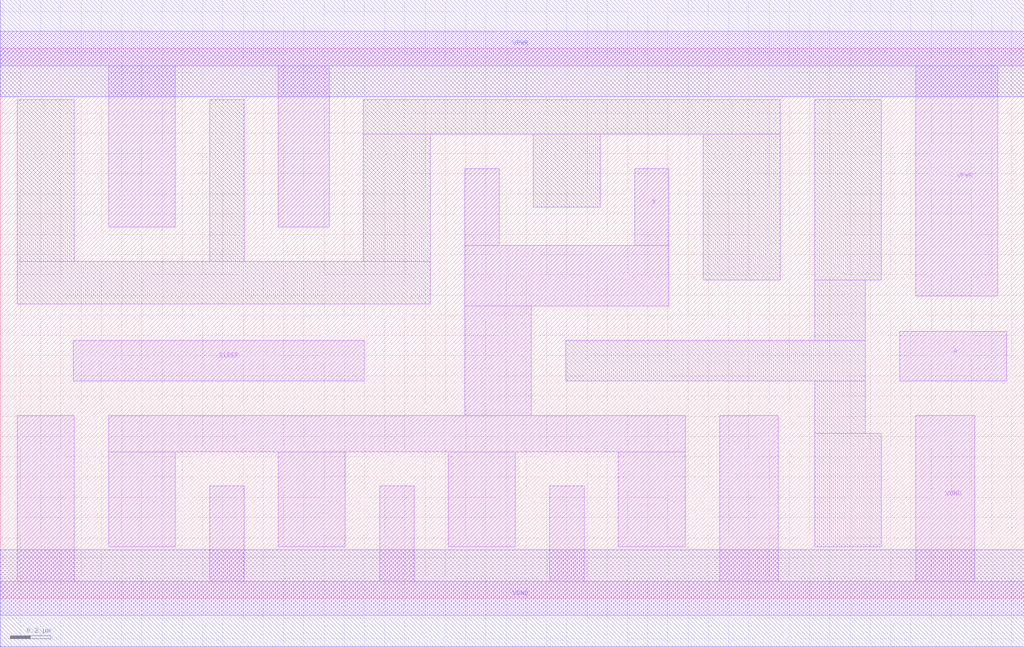
<source format=lef>
# Copyright 2020 The SkyWater PDK Authors
#
# Licensed under the Apache License, Version 2.0 (the "License");
# you may not use this file except in compliance with the License.
# You may obtain a copy of the License at
#
#     https://www.apache.org/licenses/LICENSE-2.0
#
# Unless required by applicable law or agreed to in writing, software
# distributed under the License is distributed on an "AS IS" BASIS,
# WITHOUT WARRANTIES OR CONDITIONS OF ANY KIND, either express or implied.
# See the License for the specific language governing permissions and
# limitations under the License.
#
# SPDX-License-Identifier: Apache-2.0

VERSION 5.5 ;
NAMESCASESENSITIVE ON ;
BUSBITCHARS "[]" ;
DIVIDERCHAR "/" ;
MACRO sky130_fd_sc_hd__lpflow_isobufsrc_4
  CLASS CORE ;
  SOURCE USER ;
  ORIGIN  0.000000  0.000000 ;
  SIZE  5.060000 BY  2.720000 ;
  SYMMETRY X Y R90 ;
  SITE unithd ;
  PIN A
    ANTENNAGATEAREA  0.247500 ;
    DIRECTION INPUT ;
    USE SIGNAL ;
    PORT
      LAYER li1 ;
        RECT 4.445000 1.075000 4.975000 1.320000 ;
    END
  END A
  PIN SLEEP
    ANTENNAGATEAREA  0.990000 ;
    DIRECTION INPUT ;
    USE SIGNAL ;
    PORT
      LAYER li1 ;
        RECT 0.360000 1.075000 1.800000 1.275000 ;
    END
  END SLEEP
  PIN X
    ANTENNADIFFAREA  1.242000 ;
    DIRECTION OUTPUT ;
    USE SIGNAL ;
    PORT
      LAYER li1 ;
        RECT 0.535000 0.255000 0.865000 0.725000 ;
        RECT 0.535000 0.725000 3.385000 0.905000 ;
        RECT 1.375000 0.255000 1.705000 0.725000 ;
        RECT 2.215000 0.255000 2.545000 0.725000 ;
        RECT 2.295000 0.905000 2.625000 1.445000 ;
        RECT 2.295000 1.445000 3.305000 1.745000 ;
        RECT 2.295000 1.745000 2.465000 2.125000 ;
        RECT 3.055000 0.255000 3.385000 0.725000 ;
        RECT 3.135000 1.745000 3.305000 2.125000 ;
    END
  END X
  PIN VGND
    DIRECTION INOUT ;
    SHAPE ABUTMENT ;
    USE GROUND ;
    PORT
      LAYER li1 ;
        RECT 0.000000 -0.085000 5.060000 0.085000 ;
        RECT 0.085000  0.085000 0.365000 0.905000 ;
        RECT 1.035000  0.085000 1.205000 0.555000 ;
        RECT 1.875000  0.085000 2.045000 0.555000 ;
        RECT 2.715000  0.085000 2.885000 0.555000 ;
        RECT 3.555000  0.085000 3.845000 0.905000 ;
        RECT 4.525000  0.085000 4.815000 0.905000 ;
    END
    PORT
      LAYER met1 ;
        RECT 0.000000 -0.240000 5.060000 0.240000 ;
    END
  END VGND
  PIN VPWR
    DIRECTION INOUT ;
    SHAPE ABUTMENT ;
    USE POWER ;
    PORT
      LAYER li1 ;
        RECT 0.000000 2.635000 5.060000 2.805000 ;
        RECT 0.535000 1.835000 0.865000 2.635000 ;
        RECT 1.375000 1.835000 1.625000 2.635000 ;
        RECT 4.525000 1.495000 4.930000 2.635000 ;
    END
    PORT
      LAYER met1 ;
        RECT 0.000000 2.480000 5.060000 2.960000 ;
    END
  END VPWR
  OBS
    LAYER li1 ;
      RECT 0.085000 1.455000 2.125000 1.665000 ;
      RECT 0.085000 1.665000 0.365000 2.465000 ;
      RECT 1.035000 1.665000 1.205000 2.465000 ;
      RECT 1.795000 1.665000 2.125000 2.295000 ;
      RECT 1.795000 2.295000 3.855000 2.465000 ;
      RECT 2.635000 1.935000 2.965000 2.295000 ;
      RECT 2.795000 1.075000 4.275000 1.275000 ;
      RECT 3.475000 1.575000 3.855000 2.295000 ;
      RECT 4.025000 0.255000 4.355000 0.815000 ;
      RECT 4.025000 0.815000 4.275000 1.075000 ;
      RECT 4.025000 1.275000 4.275000 1.575000 ;
      RECT 4.025000 1.575000 4.355000 2.465000 ;
  END
END sky130_fd_sc_hd__lpflow_isobufsrc_4
END LIBRARY

</source>
